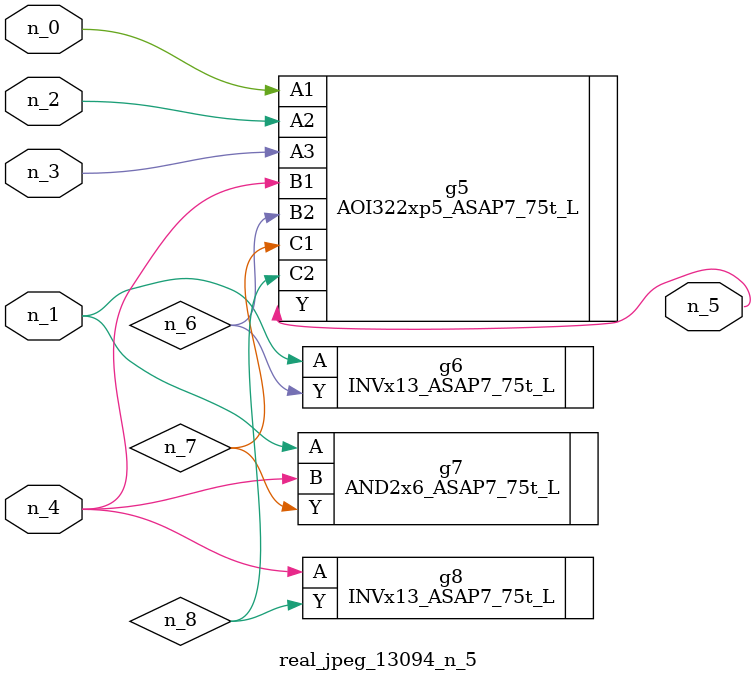
<source format=v>
module real_jpeg_13094_n_5 (n_4, n_0, n_1, n_2, n_3, n_5);

input n_4;
input n_0;
input n_1;
input n_2;
input n_3;

output n_5;

wire n_8;
wire n_6;
wire n_7;

AOI322xp5_ASAP7_75t_L g5 ( 
.A1(n_0),
.A2(n_2),
.A3(n_3),
.B1(n_4),
.B2(n_6),
.C1(n_7),
.C2(n_8),
.Y(n_5)
);

INVx13_ASAP7_75t_L g6 ( 
.A(n_1),
.Y(n_6)
);

AND2x6_ASAP7_75t_L g7 ( 
.A(n_1),
.B(n_4),
.Y(n_7)
);

INVx13_ASAP7_75t_L g8 ( 
.A(n_4),
.Y(n_8)
);


endmodule
</source>
